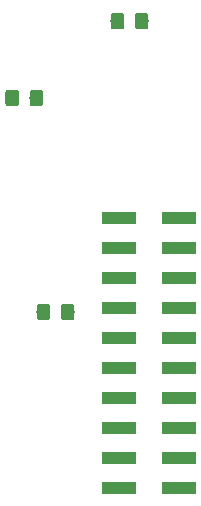
<source format=gtp>
G04 #@! TF.GenerationSoftware,KiCad,Pcbnew,(5.0.0)*
G04 #@! TF.CreationDate,2020-03-09T19:14:55+01:00*
G04 #@! TF.ProjectId,KXKM_esp_remote_control_module,4B584B4D5F6573705F72656D6F74655F,rev?*
G04 #@! TF.SameCoordinates,Original*
G04 #@! TF.FileFunction,Paste,Top*
G04 #@! TF.FilePolarity,Positive*
%FSLAX46Y46*%
G04 Gerber Fmt 4.6, Leading zero omitted, Abs format (unit mm)*
G04 Created by KiCad (PCBNEW (5.0.0)) date 03/09/20 19:14:55*
%MOMM*%
%LPD*%
G01*
G04 APERTURE LIST*
%ADD10R,3.000000X1.000000*%
%ADD11C,0.100000*%
%ADD12C,1.150000*%
G04 APERTURE END LIST*
D10*
G04 #@! TO.C,J3*
X169696760Y-115168680D03*
X174736760Y-115168680D03*
X169696760Y-112628680D03*
X174736760Y-112628680D03*
X169696760Y-110088680D03*
X174736760Y-110088680D03*
X169696760Y-107548680D03*
X174736760Y-107548680D03*
X169696760Y-105008680D03*
X174736760Y-105008680D03*
X169696760Y-102468680D03*
X174736760Y-102468680D03*
X169696760Y-99928680D03*
X174736760Y-99928680D03*
X169696760Y-97388680D03*
X174736760Y-97388680D03*
X169696760Y-94848680D03*
X174736760Y-94848680D03*
X169696760Y-92308680D03*
X174736760Y-92308680D03*
G04 #@! TD*
D11*
G04 #@! TO.C,D1*
G36*
X171935505Y-74942404D02*
X171959773Y-74946004D01*
X171983572Y-74951965D01*
X172006671Y-74960230D01*
X172028850Y-74970720D01*
X172049893Y-74983332D01*
X172069599Y-74997947D01*
X172087777Y-75014423D01*
X172104253Y-75032601D01*
X172118868Y-75052307D01*
X172131480Y-75073350D01*
X172141970Y-75095529D01*
X172150235Y-75118628D01*
X172156196Y-75142427D01*
X172159796Y-75166695D01*
X172161000Y-75191199D01*
X172161000Y-76091201D01*
X172159796Y-76115705D01*
X172156196Y-76139973D01*
X172150235Y-76163772D01*
X172141970Y-76186871D01*
X172131480Y-76209050D01*
X172118868Y-76230093D01*
X172104253Y-76249799D01*
X172087777Y-76267977D01*
X172069599Y-76284453D01*
X172049893Y-76299068D01*
X172028850Y-76311680D01*
X172006671Y-76322170D01*
X171983572Y-76330435D01*
X171959773Y-76336396D01*
X171935505Y-76339996D01*
X171911001Y-76341200D01*
X171260999Y-76341200D01*
X171236495Y-76339996D01*
X171212227Y-76336396D01*
X171188428Y-76330435D01*
X171165329Y-76322170D01*
X171143150Y-76311680D01*
X171122107Y-76299068D01*
X171102401Y-76284453D01*
X171084223Y-76267977D01*
X171067747Y-76249799D01*
X171053132Y-76230093D01*
X171040520Y-76209050D01*
X171030030Y-76186871D01*
X171021765Y-76163772D01*
X171015804Y-76139973D01*
X171012204Y-76115705D01*
X171011000Y-76091201D01*
X171011000Y-75191199D01*
X171012204Y-75166695D01*
X171015804Y-75142427D01*
X171021765Y-75118628D01*
X171030030Y-75095529D01*
X171040520Y-75073350D01*
X171053132Y-75052307D01*
X171067747Y-75032601D01*
X171084223Y-75014423D01*
X171102401Y-74997947D01*
X171122107Y-74983332D01*
X171143150Y-74970720D01*
X171165329Y-74960230D01*
X171188428Y-74951965D01*
X171212227Y-74946004D01*
X171236495Y-74942404D01*
X171260999Y-74941200D01*
X171911001Y-74941200D01*
X171935505Y-74942404D01*
X171935505Y-74942404D01*
G37*
D12*
X171586000Y-75641200D03*
D11*
G36*
X169885505Y-74942404D02*
X169909773Y-74946004D01*
X169933572Y-74951965D01*
X169956671Y-74960230D01*
X169978850Y-74970720D01*
X169999893Y-74983332D01*
X170019599Y-74997947D01*
X170037777Y-75014423D01*
X170054253Y-75032601D01*
X170068868Y-75052307D01*
X170081480Y-75073350D01*
X170091970Y-75095529D01*
X170100235Y-75118628D01*
X170106196Y-75142427D01*
X170109796Y-75166695D01*
X170111000Y-75191199D01*
X170111000Y-76091201D01*
X170109796Y-76115705D01*
X170106196Y-76139973D01*
X170100235Y-76163772D01*
X170091970Y-76186871D01*
X170081480Y-76209050D01*
X170068868Y-76230093D01*
X170054253Y-76249799D01*
X170037777Y-76267977D01*
X170019599Y-76284453D01*
X169999893Y-76299068D01*
X169978850Y-76311680D01*
X169956671Y-76322170D01*
X169933572Y-76330435D01*
X169909773Y-76336396D01*
X169885505Y-76339996D01*
X169861001Y-76341200D01*
X169210999Y-76341200D01*
X169186495Y-76339996D01*
X169162227Y-76336396D01*
X169138428Y-76330435D01*
X169115329Y-76322170D01*
X169093150Y-76311680D01*
X169072107Y-76299068D01*
X169052401Y-76284453D01*
X169034223Y-76267977D01*
X169017747Y-76249799D01*
X169003132Y-76230093D01*
X168990520Y-76209050D01*
X168980030Y-76186871D01*
X168971765Y-76163772D01*
X168965804Y-76139973D01*
X168962204Y-76115705D01*
X168961000Y-76091201D01*
X168961000Y-75191199D01*
X168962204Y-75166695D01*
X168965804Y-75142427D01*
X168971765Y-75118628D01*
X168980030Y-75095529D01*
X168990520Y-75073350D01*
X169003132Y-75052307D01*
X169017747Y-75032601D01*
X169034223Y-75014423D01*
X169052401Y-74997947D01*
X169072107Y-74983332D01*
X169093150Y-74970720D01*
X169115329Y-74960230D01*
X169138428Y-74951965D01*
X169162227Y-74946004D01*
X169186495Y-74942404D01*
X169210999Y-74941200D01*
X169861001Y-74941200D01*
X169885505Y-74942404D01*
X169885505Y-74942404D01*
G37*
D12*
X169536000Y-75641200D03*
G04 #@! TD*
D11*
G04 #@! TO.C,R2*
G36*
X163020105Y-81444804D02*
X163044373Y-81448404D01*
X163068172Y-81454365D01*
X163091271Y-81462630D01*
X163113450Y-81473120D01*
X163134493Y-81485732D01*
X163154199Y-81500347D01*
X163172377Y-81516823D01*
X163188853Y-81535001D01*
X163203468Y-81554707D01*
X163216080Y-81575750D01*
X163226570Y-81597929D01*
X163234835Y-81621028D01*
X163240796Y-81644827D01*
X163244396Y-81669095D01*
X163245600Y-81693599D01*
X163245600Y-82593601D01*
X163244396Y-82618105D01*
X163240796Y-82642373D01*
X163234835Y-82666172D01*
X163226570Y-82689271D01*
X163216080Y-82711450D01*
X163203468Y-82732493D01*
X163188853Y-82752199D01*
X163172377Y-82770377D01*
X163154199Y-82786853D01*
X163134493Y-82801468D01*
X163113450Y-82814080D01*
X163091271Y-82824570D01*
X163068172Y-82832835D01*
X163044373Y-82838796D01*
X163020105Y-82842396D01*
X162995601Y-82843600D01*
X162345599Y-82843600D01*
X162321095Y-82842396D01*
X162296827Y-82838796D01*
X162273028Y-82832835D01*
X162249929Y-82824570D01*
X162227750Y-82814080D01*
X162206707Y-82801468D01*
X162187001Y-82786853D01*
X162168823Y-82770377D01*
X162152347Y-82752199D01*
X162137732Y-82732493D01*
X162125120Y-82711450D01*
X162114630Y-82689271D01*
X162106365Y-82666172D01*
X162100404Y-82642373D01*
X162096804Y-82618105D01*
X162095600Y-82593601D01*
X162095600Y-81693599D01*
X162096804Y-81669095D01*
X162100404Y-81644827D01*
X162106365Y-81621028D01*
X162114630Y-81597929D01*
X162125120Y-81575750D01*
X162137732Y-81554707D01*
X162152347Y-81535001D01*
X162168823Y-81516823D01*
X162187001Y-81500347D01*
X162206707Y-81485732D01*
X162227750Y-81473120D01*
X162249929Y-81462630D01*
X162273028Y-81454365D01*
X162296827Y-81448404D01*
X162321095Y-81444804D01*
X162345599Y-81443600D01*
X162995601Y-81443600D01*
X163020105Y-81444804D01*
X163020105Y-81444804D01*
G37*
D12*
X162670600Y-82143600D03*
D11*
G36*
X160970105Y-81444804D02*
X160994373Y-81448404D01*
X161018172Y-81454365D01*
X161041271Y-81462630D01*
X161063450Y-81473120D01*
X161084493Y-81485732D01*
X161104199Y-81500347D01*
X161122377Y-81516823D01*
X161138853Y-81535001D01*
X161153468Y-81554707D01*
X161166080Y-81575750D01*
X161176570Y-81597929D01*
X161184835Y-81621028D01*
X161190796Y-81644827D01*
X161194396Y-81669095D01*
X161195600Y-81693599D01*
X161195600Y-82593601D01*
X161194396Y-82618105D01*
X161190796Y-82642373D01*
X161184835Y-82666172D01*
X161176570Y-82689271D01*
X161166080Y-82711450D01*
X161153468Y-82732493D01*
X161138853Y-82752199D01*
X161122377Y-82770377D01*
X161104199Y-82786853D01*
X161084493Y-82801468D01*
X161063450Y-82814080D01*
X161041271Y-82824570D01*
X161018172Y-82832835D01*
X160994373Y-82838796D01*
X160970105Y-82842396D01*
X160945601Y-82843600D01*
X160295599Y-82843600D01*
X160271095Y-82842396D01*
X160246827Y-82838796D01*
X160223028Y-82832835D01*
X160199929Y-82824570D01*
X160177750Y-82814080D01*
X160156707Y-82801468D01*
X160137001Y-82786853D01*
X160118823Y-82770377D01*
X160102347Y-82752199D01*
X160087732Y-82732493D01*
X160075120Y-82711450D01*
X160064630Y-82689271D01*
X160056365Y-82666172D01*
X160050404Y-82642373D01*
X160046804Y-82618105D01*
X160045600Y-82593601D01*
X160045600Y-81693599D01*
X160046804Y-81669095D01*
X160050404Y-81644827D01*
X160056365Y-81621028D01*
X160064630Y-81597929D01*
X160075120Y-81575750D01*
X160087732Y-81554707D01*
X160102347Y-81535001D01*
X160118823Y-81516823D01*
X160137001Y-81500347D01*
X160156707Y-81485732D01*
X160177750Y-81473120D01*
X160199929Y-81462630D01*
X160223028Y-81454365D01*
X160246827Y-81448404D01*
X160271095Y-81444804D01*
X160295599Y-81443600D01*
X160945601Y-81443600D01*
X160970105Y-81444804D01*
X160970105Y-81444804D01*
G37*
D12*
X160620600Y-82143600D03*
G04 #@! TD*
D11*
G04 #@! TO.C,D2*
G36*
X163619505Y-99571204D02*
X163643773Y-99574804D01*
X163667572Y-99580765D01*
X163690671Y-99589030D01*
X163712850Y-99599520D01*
X163733893Y-99612132D01*
X163753599Y-99626747D01*
X163771777Y-99643223D01*
X163788253Y-99661401D01*
X163802868Y-99681107D01*
X163815480Y-99702150D01*
X163825970Y-99724329D01*
X163834235Y-99747428D01*
X163840196Y-99771227D01*
X163843796Y-99795495D01*
X163845000Y-99819999D01*
X163845000Y-100720001D01*
X163843796Y-100744505D01*
X163840196Y-100768773D01*
X163834235Y-100792572D01*
X163825970Y-100815671D01*
X163815480Y-100837850D01*
X163802868Y-100858893D01*
X163788253Y-100878599D01*
X163771777Y-100896777D01*
X163753599Y-100913253D01*
X163733893Y-100927868D01*
X163712850Y-100940480D01*
X163690671Y-100950970D01*
X163667572Y-100959235D01*
X163643773Y-100965196D01*
X163619505Y-100968796D01*
X163595001Y-100970000D01*
X162944999Y-100970000D01*
X162920495Y-100968796D01*
X162896227Y-100965196D01*
X162872428Y-100959235D01*
X162849329Y-100950970D01*
X162827150Y-100940480D01*
X162806107Y-100927868D01*
X162786401Y-100913253D01*
X162768223Y-100896777D01*
X162751747Y-100878599D01*
X162737132Y-100858893D01*
X162724520Y-100837850D01*
X162714030Y-100815671D01*
X162705765Y-100792572D01*
X162699804Y-100768773D01*
X162696204Y-100744505D01*
X162695000Y-100720001D01*
X162695000Y-99819999D01*
X162696204Y-99795495D01*
X162699804Y-99771227D01*
X162705765Y-99747428D01*
X162714030Y-99724329D01*
X162724520Y-99702150D01*
X162737132Y-99681107D01*
X162751747Y-99661401D01*
X162768223Y-99643223D01*
X162786401Y-99626747D01*
X162806107Y-99612132D01*
X162827150Y-99599520D01*
X162849329Y-99589030D01*
X162872428Y-99580765D01*
X162896227Y-99574804D01*
X162920495Y-99571204D01*
X162944999Y-99570000D01*
X163595001Y-99570000D01*
X163619505Y-99571204D01*
X163619505Y-99571204D01*
G37*
D12*
X163270000Y-100270000D03*
D11*
G36*
X165669505Y-99571204D02*
X165693773Y-99574804D01*
X165717572Y-99580765D01*
X165740671Y-99589030D01*
X165762850Y-99599520D01*
X165783893Y-99612132D01*
X165803599Y-99626747D01*
X165821777Y-99643223D01*
X165838253Y-99661401D01*
X165852868Y-99681107D01*
X165865480Y-99702150D01*
X165875970Y-99724329D01*
X165884235Y-99747428D01*
X165890196Y-99771227D01*
X165893796Y-99795495D01*
X165895000Y-99819999D01*
X165895000Y-100720001D01*
X165893796Y-100744505D01*
X165890196Y-100768773D01*
X165884235Y-100792572D01*
X165875970Y-100815671D01*
X165865480Y-100837850D01*
X165852868Y-100858893D01*
X165838253Y-100878599D01*
X165821777Y-100896777D01*
X165803599Y-100913253D01*
X165783893Y-100927868D01*
X165762850Y-100940480D01*
X165740671Y-100950970D01*
X165717572Y-100959235D01*
X165693773Y-100965196D01*
X165669505Y-100968796D01*
X165645001Y-100970000D01*
X164994999Y-100970000D01*
X164970495Y-100968796D01*
X164946227Y-100965196D01*
X164922428Y-100959235D01*
X164899329Y-100950970D01*
X164877150Y-100940480D01*
X164856107Y-100927868D01*
X164836401Y-100913253D01*
X164818223Y-100896777D01*
X164801747Y-100878599D01*
X164787132Y-100858893D01*
X164774520Y-100837850D01*
X164764030Y-100815671D01*
X164755765Y-100792572D01*
X164749804Y-100768773D01*
X164746204Y-100744505D01*
X164745000Y-100720001D01*
X164745000Y-99819999D01*
X164746204Y-99795495D01*
X164749804Y-99771227D01*
X164755765Y-99747428D01*
X164764030Y-99724329D01*
X164774520Y-99702150D01*
X164787132Y-99681107D01*
X164801747Y-99661401D01*
X164818223Y-99643223D01*
X164836401Y-99626747D01*
X164856107Y-99612132D01*
X164877150Y-99599520D01*
X164899329Y-99589030D01*
X164922428Y-99580765D01*
X164946227Y-99574804D01*
X164970495Y-99571204D01*
X164994999Y-99570000D01*
X165645001Y-99570000D01*
X165669505Y-99571204D01*
X165669505Y-99571204D01*
G37*
D12*
X165320000Y-100270000D03*
G04 #@! TD*
M02*

</source>
